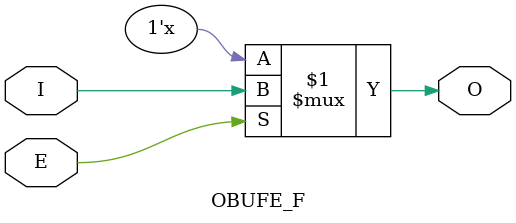
<source format=v>

/*

FUNCTION	: TRI-STATE OUTPUT BUFFER

*/

`timescale  100 ps / 10 ps

`celldefine

module OBUFE_F (O, E, I);


    output O;

    input  E, I;

	bufif1 T1 (O, I, E);

    specify
	(I *> O) = (0, 0);
	(E *> O) = (0, 0);
    endspecify

endmodule

`endcelldefine

</source>
